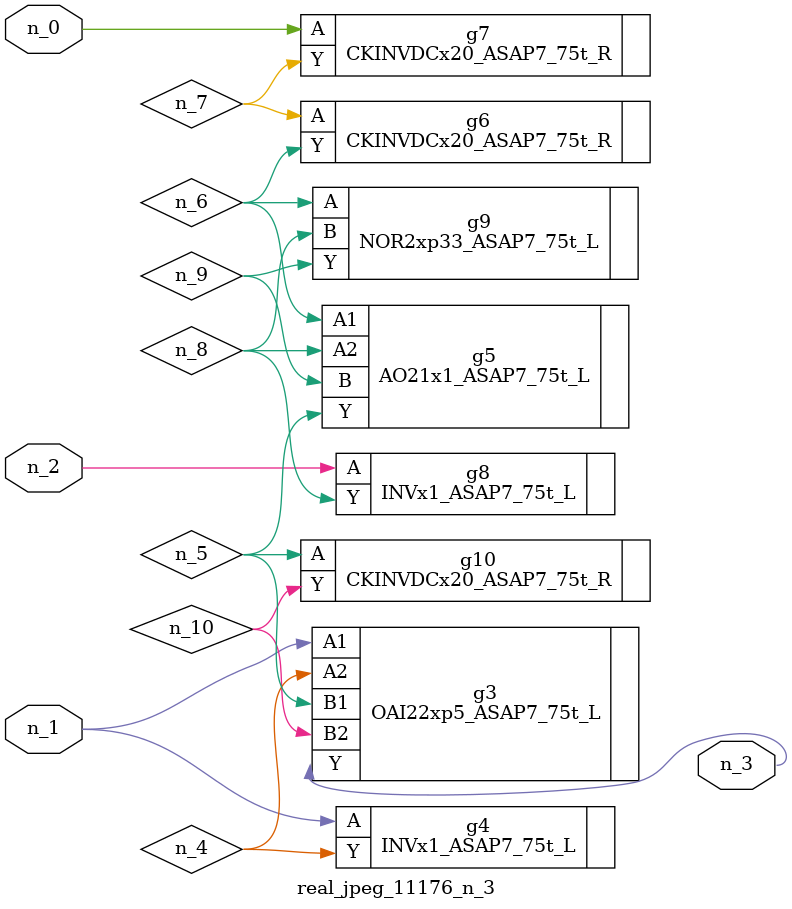
<source format=v>
module real_jpeg_11176_n_3 (n_1, n_0, n_2, n_3);

input n_1;
input n_0;
input n_2;

output n_3;

wire n_5;
wire n_4;
wire n_8;
wire n_6;
wire n_7;
wire n_10;
wire n_9;

CKINVDCx20_ASAP7_75t_R g7 ( 
.A(n_0),
.Y(n_7)
);

OAI22xp5_ASAP7_75t_L g3 ( 
.A1(n_1),
.A2(n_4),
.B1(n_5),
.B2(n_10),
.Y(n_3)
);

INVx1_ASAP7_75t_L g4 ( 
.A(n_1),
.Y(n_4)
);

INVx1_ASAP7_75t_L g8 ( 
.A(n_2),
.Y(n_8)
);

CKINVDCx20_ASAP7_75t_R g10 ( 
.A(n_5),
.Y(n_10)
);

AO21x1_ASAP7_75t_L g5 ( 
.A1(n_6),
.A2(n_8),
.B(n_9),
.Y(n_5)
);

NOR2xp33_ASAP7_75t_L g9 ( 
.A(n_6),
.B(n_8),
.Y(n_9)
);

CKINVDCx20_ASAP7_75t_R g6 ( 
.A(n_7),
.Y(n_6)
);


endmodule
</source>
